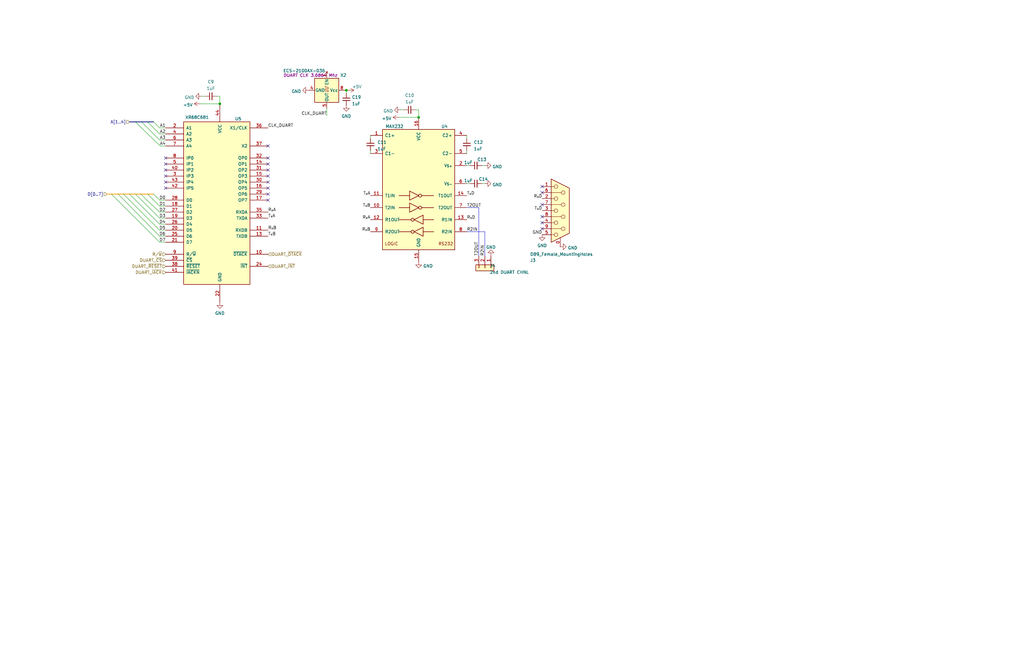
<source format=kicad_sch>
(kicad_sch (version 20211123) (generator eeschema)
  (paper "B")
  (title_block (title "Duart and RS232 Circuitry") (date "2022-02-01") (rev "2") (company "Jackson Miller"))
  (lib_symbols
    (symbol "Connector:DB9_Female_MountingHoles" (pin_names (offset 1.016) hide)
      (property "Reference" "J" (at 0 16.51 0))
      (property "Value" "DB9_Female_MountingHoles" (at 0 14.605 0))
      (symbol "DB9_Female_MountingHoles_0_1"
        (circle (center -1.778 -10.16) (radius 0.762))
        (circle (center -1.778 -5.08) (radius 0.762))
        (circle (center -1.778 0) (radius 0.762))
        (circle (center -1.778 5.08) (radius 0.762))
        (circle (center -1.778 10.16) (radius 0.762))
        (polyline (pts (xy -3.81 -10.16) (xy -2.54 -10.16)))
        (polyline (pts (xy -3.81 -7.62) (xy 0.508 -7.62)))
        (polyline (pts (xy -3.81 -5.08) (xy -2.54 -5.08)))
        (polyline (pts (xy -3.81 -2.54) (xy 0.508 -2.54)))
        (polyline (pts (xy -3.81 0) (xy -2.54 0)))
        (polyline (pts (xy -3.81 2.54) (xy 0.508 2.54)))
        (polyline (pts (xy -3.81 5.08) (xy -2.54 5.08)))
        (polyline (pts (xy -3.81 7.62) (xy 0.508 7.62)))
        (polyline (pts (xy -3.81 10.16) (xy -2.54 10.16)))
        (polyline (pts (xy -3.81 13.335) (xy -3.81 -13.335) (xy 3.81 -9.525) (xy 3.81 9.525) (xy -3.81 13.335)) (stroke (width 0.254)) (fill (type background)))
        (circle (center 1.27 -7.62) (radius 0.762))
        (circle (center 1.27 -2.54) (radius 0.762))
        (circle (center 1.27 2.54) (radius 0.762))
        (circle (center 1.27 7.62) (radius 0.762))
      )
      (symbol "DB9_Female_MountingHoles_1_1"
        (pin passive line (at 0 -15.24 90) (length 3.81) (name "PAD") (number "0"))
        (pin passive line (at -7.62 10.16 0) (length 3.81) (name "1") (number "1"))
        (pin passive line (at -7.62 5.08 0) (length 3.81) (name "2") (number "2"))
        (pin passive line (at -7.62 0 0) (length 3.81) (name "3") (number "3"))
        (pin passive line (at -7.62 -5.08 0) (length 3.81) (name "4") (number "4"))
        (pin passive line (at -7.62 -10.16 0) (length 3.81) (name "5") (number "5"))
        (pin passive line (at -7.62 7.62 0) (length 3.81) (name "6") (number "6"))
        (pin passive line (at -7.62 2.54 0) (length 3.81) (name "7") (number "7"))
        (pin passive line (at -7.62 -2.54 0) (length 3.81) (name "8") (number "8"))
        (pin passive line (at -7.62 -7.62 0) (length 3.81) (name "9") (number "9"))
      )
    )
    (symbol "Connector_Generic:Conn_01x03" (pin_names (offset 1.016) hide)
      (property "Reference" "J" (at 0 5.08 0))
      (property "Value" "Conn_01x03" (at 0 -5.08 0))
      (symbol "Conn_01x03_1_1"
        (rectangle (start -1.27 -2.413) (end 0 -2.667) (stroke (width 0.1524)))
        (rectangle (start -1.27 0.127) (end 0 -0.127) (stroke (width 0.1524)))
        (rectangle (start -1.27 2.667) (end 0 2.413) (stroke (width 0.1524)))
        (rectangle (start -1.27 3.81) (end 1.27 -3.81) (stroke (width 0.254)) (fill (type background)))
        (pin passive line (at -5.08 2.54 0) (length 3.81) (name "Pin_1") (number "1"))
        (pin passive line (at -5.08 0 0) (length 3.81) (name "Pin_2") (number "2"))
        (pin passive line (at -5.08 -2.54 0) (length 3.81) (name "Pin_3") (number "3"))
      )
    )
    (symbol "Device:C_Small" (pin_numbers hide) (pin_names (offset 0.254) hide)
      (property "Reference" "C" (at 0.254 1.778 0))
      (property "Value" "C_Small" (at 0.254 -2.032 0))
      (symbol "C_Small_0_1"
        (polyline (pts (xy -1.524 -0.508) (xy 1.524 -0.508)) (stroke (width 0.3302)))
        (polyline (pts (xy -1.524 0.508) (xy 1.524 0.508)) (stroke (width 0.3048)))
      )
      (symbol "C_Small_1_1"
        (pin passive line (at 0 2.54 270) (length 2.032) (name "~") (number "1"))
        (pin passive line (at 0 -2.54 90) (length 2.032) (name "~") (number "2"))
      )
    )
    (symbol "Interface_UART:MAX232" (pin_names (offset 1.016))
      (property "Reference" "U5" (at 9.525 26.67 0))
      (property "Value" "MAX232" (at -13.97 26.67 0))
      (symbol "MAX232_0_0"
        (text "LOGIC" (at -11.43 -22.86 0) (effects (font (size 1.27 1.27))))
        (text "RS232" (at 11.43 -22.86 0) (effects (font (size 1.27 1.27))))
      )
      (symbol "MAX232_0_1"
        (rectangle (start -15.24 -25.4) (end 15.24 25.4) (stroke (width 0.254)) (fill (type background)))
        (circle (center -2.54 -17.78) (radius 0.635) (stroke (width 0.254)))
        (circle (center -2.54 -12.7) (radius 0.635) (stroke (width 0.254)))
        (polyline (pts (xy -3.81 -7.62) (xy -8.255 -7.62)) (stroke (width 0.254)))
        (polyline (pts (xy -3.81 -2.54) (xy -8.255 -2.54)) (stroke (width 0.254)))
        (polyline (pts (xy -3.175 -17.78) (xy -8.255 -17.78)) (stroke (width 0.254)))
        (polyline (pts (xy -3.175 -12.7) (xy -8.255 -12.7)) (stroke (width 0.254)))
        (polyline (pts (xy 1.27 -7.62) (xy 6.35 -7.62)) (stroke (width 0.254)))
        (polyline (pts (xy 1.27 -2.54) (xy 6.35 -2.54)) (stroke (width 0.254)))
        (polyline (pts (xy 1.905 -17.78) (xy 6.35 -17.78)) (stroke (width 0.254)))
        (polyline (pts (xy 1.905 -12.7) (xy 6.35 -12.7)) (stroke (width 0.254)))
        (polyline (pts (xy -3.81 -5.715) (xy -3.81 -9.525) (xy 0 -7.62) (xy -3.81 -5.715)) (stroke (width 0.254)))
        (polyline (pts (xy -3.81 -0.635) (xy -3.81 -4.445) (xy 0 -2.54) (xy -3.81 -0.635)) (stroke (width 0.254)))
        (polyline (pts (xy 1.905 -15.875) (xy 1.905 -19.685) (xy -1.905 -17.78) (xy 1.905 -15.875)) (stroke (width 0.254)))
        (polyline (pts (xy 1.905 -10.795) (xy 1.905 -14.605) (xy -1.905 -12.7) (xy 1.905 -10.795)) (stroke (width 0.254)))
        (circle (center 0.635 -7.62) (radius 0.635) (stroke (width 0.254)))
        (circle (center 0.635 -2.54) (radius 0.635) (stroke (width 0.254)))
      )
      (symbol "MAX232_1_1"
        (pin passive line (at -20.32 22.86 0) (length 5.08) (name "C1+") (number "1"))
        (pin input line (at -20.32 -7.62 0) (length 5.08) (name "T2IN") (number "10"))
        (pin input line (at -20.32 -2.54 0) (length 5.08) (name "T1IN") (number "11"))
        (pin output line (at -20.32 -12.7 0) (length 5.08) (name "R1OUT") (number "12"))
        (pin input line (at 20.32 -12.7 180) (length 5.08) (name "R1IN") (number "13"))
        (pin output line (at 20.32 -2.54 180) (length 5.08) (name "T1OUT") (number "14"))
        (pin power_in line (at 0 -30.48 90) (length 5.08) (name "GND") (number "15"))
        (pin power_in line (at 0 30.48 270) (length 5.08) (name "VCC") (number "16"))
        (pin power_out line (at 20.32 10.16 180) (length 5.08) (name "V_{S+}") (number "2"))
        (pin passive line (at -20.32 15.24 0) (length 5.08) (name "C1-") (number "3"))
        (pin passive line (at 20.32 22.86 180) (length 5.08) (name "C2+") (number "4"))
        (pin passive line (at 20.32 15.24 180) (length 5.08) (name "C2-") (number "5"))
        (pin power_out line (at 20.32 2.54 180) (length 5.08) (name "V_{S-}") (number "6"))
        (pin output line (at 20.32 -7.62 180) (length 5.08) (name "T2OUT") (number "7"))
        (pin input line (at 20.32 -17.78 180) (length 5.08) (name "R2IN") (number "8"))
        (pin output line (at -20.32 -17.78 0) (length 5.08) (name "R2OUT") (number "9"))
      )
    )
    (symbol "MCD_Symbols:ECS_CLK_DIP8" (pin_names (offset 0.254))
      (property "Reference" "X?" (at -6.35 6.35 0))
      (property "Value" "ECS_CLK_DIP8" (at 7.62 6.35 0))
      (symbol "ECS_CLK_DIP8_0_1"
        (rectangle (start -5.08 5.08) (end 5.08 -5.08) (stroke (width 0.254)) (fill (type background)))
        (polyline (pts (xy -1.905 -0.635) (xy -1.27 -0.635) (xy -1.27 0.635) (xy -0.635 0.635) (xy -0.635 -0.635) (xy 0 -0.635) (xy 0 0.635) (xy 0.635 0.635) (xy 0.635 -0.635)))
      )
      (symbol "ECS_CLK_DIP8_1_1"
        (pin no_connect line (at -7.62 0 0) (length 2.54) (name "EN") (number "1"))
        (pin power_in line (at 0 -7.62 90) (length 2.54) (name "GND") (number "4"))
        (pin output line (at 7.62 0 180) (length 2.54) (name "OUT") (number "5"))
        (pin power_in line (at 0 7.62 270) (length 2.54) (name "Vcc") (number "8"))
      )
    )
    (symbol "MCD_Symbols:XR68C681" (pin_names (offset 1.016))
      (property "Reference" "U?" (at 6.35 36.83 0))
      (property "Value" "XR68C681" (at -14.605 37.465 0))
      (symbol "XR68C681_0_0"
        (pin no_connect line (at -13.97 -35.56 90) (length 2.54) hide (name "NC") (number "1"))
        (pin no_connect line (at -11.43 -35.56 90) (length 2.54) hide (name "NC") (number "12"))
        (pin no_connect line (at -8.89 -35.56 90) (length 2.54) hide (name "NC") (number "23"))
        (pin no_connect line (at -6.35 -35.56 90) (length 2.54) hide (name "NC") (number "34"))
      )
      (symbol "XR68C681_0_1"
        (rectangle (start -15.24 -33.02) (end 12.7 35.56) (stroke (width 0.254)) (fill (type background)))
      )
      (symbol "XR68C681_1_1"
        (pin output line (at 20.32 -20.32 180) (length 7.62) (name "~{DTACK}") (number "10"))
        (pin input line (at 20.32 -10.16 180) (length 7.62) (name "RXDB") (number "11"))
        (pin output line (at 20.32 -12.7 180) (length 7.62) (name "TXDB") (number "13"))
        (pin output line (at 20.32 17.78 180) (length 7.62) (name "OP1") (number "14"))
        (pin output line (at 20.32 12.7 180) (length 7.62) (name "OP3") (number "15"))
        (pin output line (at 20.32 7.62 180) (length 7.62) (name "OP5") (number "16"))
        (pin output line (at 20.32 2.54 180) (length 7.62) (name "OP7") (number "17"))
        (pin input line (at -22.86 0 0) (length 7.62) (name "D1") (number "18"))
        (pin input line (at -22.86 -5.08 0) (length 7.62) (name "D3") (number "19"))
        (pin input line (at -22.86 33.02 0) (length 7.62) (name "A1") (number "2"))
        (pin input line (at -22.86 -10.16 0) (length 7.62) (name "D5") (number "20"))
        (pin input line (at -22.86 -15.24 0) (length 7.62) (name "D7") (number "21"))
        (pin power_in line (at 0 -40.64 90) (length 7.62) (name "GND") (number "22"))
        (pin output line (at 20.32 -25.4 180) (length 7.62) (name "~{INT}") (number "24"))
        (pin input line (at -22.86 -12.7 0) (length 7.62) (name "D6") (number "25"))
        (pin input line (at -22.86 -7.62 0) (length 7.62) (name "D4") (number "26"))
        (pin input line (at -22.86 -2.54 0) (length 7.62) (name "D2") (number "27"))
        (pin input line (at -22.86 2.54 0) (length 7.62) (name "D0") (number "28"))
        (pin output line (at 20.32 5.08 180) (length 7.62) (name "OP6") (number "29"))
        (pin input line (at -22.86 12.7 0) (length 7.62) (name "IP3") (number "3"))
        (pin output line (at 20.32 10.16 180) (length 7.62) (name "OP4") (number "30"))
        (pin output line (at 20.32 15.24 180) (length 7.62) (name "OP2") (number "31"))
        (pin output line (at 20.32 20.32 180) (length 7.62) (name "OP0") (number "32"))
        (pin output line (at 20.32 -5.08 180) (length 7.62) (name "TXDA") (number "33"))
        (pin input line (at 20.32 -2.54 180) (length 7.62) (name "RXDA") (number "35"))
        (pin input line (at 20.32 33.02 180) (length 7.62) (name "X1/CLK") (number "36"))
        (pin output line (at 20.32 25.4 180) (length 7.62) (name "X2") (number "37"))
        (pin input line (at -22.86 -25.4 0) (length 7.62) (name "~{RESET}") (number "38"))
        (pin input line (at -22.86 -22.86 0) (length 7.62) (name "~{CS}") (number "39"))
        (pin input line (at -22.86 30.48 0) (length 7.62) (name "A2") (number "4"))
        (pin input line (at -22.86 15.24 0) (length 7.62) (name "IP2") (number "40"))
        (pin input line (at -22.86 -27.94 0) (length 7.62) (name "~{IACKN}") (number "41"))
        (pin input line (at -22.86 7.62 0) (length 7.62) (name "IP5") (number "42"))
        (pin input line (at -22.86 10.16 0) (length 7.62) (name "IP4") (number "43"))
        (pin power_in line (at 0 43.18 270) (length 7.62) (name "VCC") (number "44"))
        (pin input line (at -22.86 17.78 0) (length 7.62) (name "IP1") (number "5"))
        (pin input line (at -22.86 27.94 0) (length 7.62) (name "A3") (number "6"))
        (pin input line (at -22.86 25.4 0) (length 7.62) (name "A4") (number "7"))
        (pin input line (at -22.86 20.32 0) (length 7.62) (name "IP0") (number "8"))
        (pin input line (at -22.86 -20.32 0) (length 7.62) (name "R/~{W}") (number "9"))
      )
    )
    (symbol "power:+5V" (power) (pin_names (offset 0))
      (property "Value" "+5V" (at 0 3.556 0))
      (symbol "+5V_0_1"
        (polyline (pts (xy -0.762 1.27) (xy 0 2.54)))
        (polyline (pts (xy 0 0) (xy 0 2.54)))
        (polyline (pts (xy 0 2.54) (xy 0.762 1.27)))
      )
      (symbol "+5V_1_1"
        (pin power_in line (at 0 0 90) (length 0) hide (name "+5V") (number "1"))
      )
    )
    (symbol "power:GND" (power) (pin_names (offset 0))
      (property "Value" "GND" (at 0 -3.81 0))
      (symbol "GND_0_1"
        (polyline (pts (xy 0 0) (xy 0 -1.27) (xy 1.27 -1.27) (xy 0 -2.54) (xy -1.27 -1.27) (xy 0 -1.27)))
      )
      (symbol "GND_1_1"
        (pin power_in line (at 0 0 270) (length 0) hide (name "GND") (number "1"))
      )
    )
  )
  (junction (at 176.53 49.53))
  (junction (at 92.71 43.815))
  (junction (at 146.05 38.1))
  (no_connect (at 228.6 91.44))
  (no_connect (at 228.6 93.98))
  (no_connect (at 228.6 86.36))
  (no_connect (at 113.03 61.595))
  (no_connect (at 69.85 79.375))
  (no_connect (at 113.03 71.755))
  (no_connect (at 113.03 76.835))
  (no_connect (at 113.03 79.375))
  (no_connect (at 113.03 66.675))
  (no_connect (at 69.85 66.675))
  (no_connect (at 228.6 96.52))
  (no_connect (at 113.03 69.215))
  (no_connect (at 69.85 69.215))
  (no_connect (at 69.85 71.755))
  (no_connect (at 69.85 76.835))
  (no_connect (at 69.85 74.295))
  (no_connect (at 113.03 74.295))
  (no_connect (at 113.03 84.455))
  (no_connect (at 228.6 78.74))
  (no_connect (at 113.03 81.915))
  (no_connect (at 228.6 81.28))
  (bus_entry (at 57.15 51.435) (size 2.54 2.54))
  (bus_entry (at 57.15 81.915) (size 2.54 2.54))
  (bus_entry (at 54.61 81.915) (size 2.54 2.54))
  (bus_entry (at 52.07 81.915) (size 2.54 2.54))
  (bus_entry (at 49.784 81.915) (size 2.54 2.54))
  (bus_entry (at 46.99 81.915) (size 2.54 2.54))
  (bus_entry (at 64.77 81.915) (size 2.54 2.54))
  (bus_entry (at 62.23 81.915) (size 2.54 2.54))
  (bus_entry (at 59.436 81.915) (size 2.54 2.54))
  (bus_entry (at 62.23 51.435) (size 2.54 2.54))
  (bus_entry (at 64.77 51.435) (size 2.54 2.54))
  (bus_entry (at 59.69 51.435) (size 2.54 2.54))
  (wire (pts (xy 69.85 56.515) (xy 67.31 56.515)))
  (wire (pts (xy 203.2 69.85) (xy 204.47 69.85)))
  (wire (pts (xy 196.85 69.85) (xy 198.12 69.85)))
  (wire (pts (xy 201.93 87.63) (xy 201.93 107.95)) (stroke (width 0) (color 0 0 194 1)))
  (wire (pts (xy 69.85 99.695) (xy 67.31 99.695)))
  (wire (pts (xy 146.05 38.1) (xy 145.415 38.1)))
  (wire (pts (xy 196.85 87.63) (xy 201.93 87.63)) (stroke (width 0) (color 0 0 194 1)))
  (wire (pts (xy 69.85 102.235) (xy 67.31 102.235)))
  (wire (pts (xy 156.21 63.5) (xy 156.21 64.77)))
  (wire (pts (xy 64.77 84.455) (xy 67.31 86.995)))
  (wire (pts (xy 67.31 94.615) (xy 57.15 84.455)))
  (bus (pts (xy 54.61 51.435) (xy 57.15 51.435)))
  (wire (pts (xy 59.69 53.975) (xy 67.564 61.595)))
  (wire (pts (xy 170.18 46.355) (xy 168.91 46.355)))
  (wire (pts (xy 67.31 53.975) (xy 69.85 53.975)))
  (wire (pts (xy 146.685 38.1) (xy 146.05 38.1)))
  (wire (pts (xy 176.53 49.53) (xy 168.275 49.53)))
  (wire (pts (xy 92.71 43.815) (xy 92.71 40.64)))
  (bus (pts (xy 62.23 81.915) (xy 64.77 81.915)) (stroke (width 0) (color 255 153 0 1)))
  (bus (pts (xy 62.23 51.435) (xy 64.77 51.435)))
  (wire (pts (xy 67.31 56.515) (xy 64.77 53.975)))
  (wire (pts (xy 67.31 89.535) (xy 61.976 84.455)))
  (wire (pts (xy 196.85 97.79) (xy 204.47 97.79)) (stroke (width 0) (color 0 0 194 1)))
  (wire (pts (xy 67.31 86.995) (xy 69.85 86.995)))
  (bus (pts (xy 59.69 51.435) (xy 62.23 51.435)))
  (wire (pts (xy 196.85 63.5) (xy 196.85 64.77)))
  (wire (pts (xy 67.31 92.075) (xy 59.69 84.455)))
  (wire (pts (xy 69.85 59.055) (xy 67.31 59.055)))
  (bus (pts (xy 57.15 51.435) (xy 59.69 51.435)))
  (wire (pts (xy 86.36 40.64) (xy 85.09 40.64)))
  (bus (pts (xy 52.07 81.915) (xy 54.61 81.915)) (stroke (width 0) (color 255 153 0 1)))
  (bus (pts (xy 45.085 81.915) (xy 46.99 81.915)) (stroke (width 0) (color 255 153 0 1)))
  (wire (pts (xy 146.05 39.37) (xy 146.05 38.1)))
  (wire (pts (xy 196.85 77.47) (xy 198.12 77.47)))
  (bus (pts (xy 59.436 81.915) (xy 62.23 81.915)) (stroke (width 0) (color 255 153 0 1)))
  (bus (pts (xy 46.99 81.915) (xy 49.784 81.915)) (stroke (width 0) (color 255 153 0 1)))
  (wire (pts (xy 91.44 40.64) (xy 92.71 40.64)))
  (wire (pts (xy 69.85 61.595) (xy 67.564 61.595)))
  (wire (pts (xy 67.31 99.695) (xy 52.324 84.455)))
  (wire (pts (xy 156.21 57.15) (xy 156.21 58.42)))
  (wire (pts (xy 69.85 92.075) (xy 67.31 92.075)))
  (bus (pts (xy 54.61 81.915) (xy 57.15 81.915)) (stroke (width 0) (color 255 153 0 1)))
  (wire (pts (xy 69.85 97.155) (xy 67.31 97.155)))
  (wire (pts (xy 67.31 97.155) (xy 54.61 84.455)))
  (wire (pts (xy 204.47 97.79) (xy 204.47 107.95)) (stroke (width 0) (color 0 0 194 1)))
  (wire (pts (xy 67.31 102.235) (xy 49.53 84.455)))
  (wire (pts (xy 196.85 57.15) (xy 196.85 58.42)))
  (wire (pts (xy 69.85 89.535) (xy 67.31 89.535)))
  (wire (pts (xy 203.2 77.47) (xy 204.47 77.47)))
  (wire (pts (xy 137.795 45.72) (xy 137.795 48.895)))
  (wire (pts (xy 175.26 46.355) (xy 176.53 46.355)))
  (wire (pts (xy 92.71 43.815) (xy 84.455 43.815)))
  (wire (pts (xy 176.53 49.53) (xy 176.53 46.355)))
  (wire (pts (xy 67.31 84.455) (xy 69.85 84.455)))
  (bus (pts (xy 49.784 81.915) (xy 52.07 81.915)) (stroke (width 0) (color 255 153 0 1)))
  (wire (pts (xy 67.31 59.055) (xy 62.23 53.975)))
  (bus (pts (xy 57.15 81.915) (xy 59.436 81.915)) (stroke (width 0) (color 255 153 0 1)))
  (wire (pts (xy 69.85 94.615) (xy 67.31 94.615)))
  (label "D7" (at 69.85 102.235 180))
  (label "D0" (at 69.85 84.455 180))
  (label "R_{x}B" (at 156.21 97.79 180))
  (label "GND" (at 228.6 99.06 180))
  (label "T_{x}B" (at 156.21 87.63 180))
  (label "R2IN" (at 204.47 107.95 90))
  (label "T2OUT" (at 201.93 107.95 90))
  (label "CLK_DUART" (at 113.03 53.975 0))
  (label "R_{x}D" (at 196.85 92.71 0))
  (label "D2" (at 69.85 89.535 180))
  (label "A2" (at 69.85 56.515 180))
  (label "T_{x}D" (at 228.6 88.9 180))
  (label "D3" (at 69.85 92.075 180))
  (label "A3" (at 69.85 59.055 180))
  (label "D5" (at 69.85 97.155 180))
  (label "R_{x}B" (at 113.03 97.155 0))
  (label "R_{x}A" (at 156.21 92.71 180))
  (label "T_{x}A" (at 113.03 92.075 0))
  (label "R_{x}A" (at 113.03 89.535 0))
  (label "T_{x}B" (at 113.03 99.695 0))
  (label "A4" (at 69.85 61.595 180))
  (label "R2IN" (at 196.85 97.79 0))
  (label "CLK_DUART" (at 137.795 48.895 180))
  (label "T2OUT" (at 196.85 87.63 0))
  (label "A1" (at 69.85 53.975 180))
  (label "T_{x}D" (at 196.85 82.55 0))
  (label "T_{x}A" (at 156.21 82.55 180))
  (label "R_{x}D" (at 228.6 83.82 180))
  (label "D6" (at 69.85 99.695 180))
  (label "D1" (at 69.85 86.995 180))
  (label "D4" (at 69.85 94.615 180))
  (hierarchical_label "A[1..4]" (shape input) (at 54.61 51.435 180))
  (hierarchical_label "DUART_~{DTACK}" (shape input) (at 113.03 107.315 0))
  (hierarchical_label "D[0..7]" (shape input) (at 45.085 81.915 180))
  (hierarchical_label "R{slash}~{W}" (shape input) (at 69.85 107.315 180))
  (hierarchical_label "DUART_~{CS}" (shape input) (at 69.85 109.855 180))
  (hierarchical_label "DUART_~{INT}" (shape input) (at 113.03 112.395 0))
  (hierarchical_label "DUART_~{RESET}" (shape input) (at 69.85 112.395 180))
  (hierarchical_label "DUART_~{IACK}" (shape input) (at 69.85 114.935 180))
  (symbol (lib_id "Device:C_Small") (at 88.9 40.64 90) (unit 1)
    (property "Reference" "C9" (at 88.9 34.5145 90))
    (property "Value" "1uF" (at 88.9 37.2896 90))
    (property "Footprint" "Capacitor_SMD:C_0805_2012Metric_Pad1.18x1.45mm_HandSolder" (effects hide))
    (property "Name" "CL21B105KAFNNNE" (effects hide))
  )
  (symbol (lib_id "Device:C_Small") (at 146.05 41.91 180) (unit 1)
    (property "Reference" "C19" (at 148.3741 40.9951 0) (effects (justify right)))
    (property "Value" "1uF" (at 148.3741 43.7702 0) (effects (justify right)))
    (property "Footprint" "Capacitor_SMD:C_0805_2012Metric_Pad1.18x1.45mm_HandSolder" (effects hide))
    (property "Name" "CL21B105KAFNNNE" (effects hide))
  )
  (symbol (lib_id "Interface_UART:MAX232") (at 176.53 80.01 0) (unit 1)
    (property "Reference" "U4" (at 186.055 53.34 0) (effects (justify left)))
    (property "Value" "MAX232" (at 162.56 53.34 0) (effects (justify left)))
    (property "Footprint" "Package_DIP:DIP-16_W7.62mm_Socket" (effects hide))
    (property "Datasheet" "http://www.ti.com/lit/ds/symlink/max232.pdf" (effects hide))
  )
  (symbol (lib_id "Device:C_Small") (at 200.66 77.47 90) (unit 1)
    (property "Reference" "C14" (at 203.835 75.565 90))
    (property "Value" "1uF" (at 197.485 76.2 90))
    (property "Footprint" "Capacitor_SMD:C_0805_2012Metric_Pad1.18x1.45mm_HandSolder" (effects hide))
    (property "Name" "CL21B105KAFNNNE" (effects hide))
  )
  (symbol (lib_id "power:GND") (at 204.47 69.85 90) (unit 1)
    (property "Reference" "#PWR031" (effects hide))
    (property "Value" "GND" (at 207.645 70.329 90) (effects (justify right)))
  )
  (symbol (lib_id "Device:C_Small") (at 172.72 46.355 90) (unit 1)
    (property "Reference" "C10" (at 172.72 40.2295 90))
    (property "Value" "1uF" (at 172.72 43.0046 90))
    (property "Footprint" "Capacitor_SMD:C_0805_2012Metric_Pad1.18x1.45mm_HandSolder" (effects hide))
    (property "Name" "CL21B105KAFNNNE" (effects hide))
  )
  (symbol (lib_id "power:GND") (at 236.22 104.14 90) (unit 1)
    (property "Reference" "#PWR034" (effects hide))
    (property "Value" "GND" (at 239.395 104.619 90) (effects (justify right)))
  )
  (symbol (lib_id "Device:C_Small") (at 196.85 60.96 0) (unit 1)
    (property "Reference" "C12" (at 199.771 60.0515 0) (effects (justify left)))
    (property "Value" "1uF" (at 199.771 62.8266 0) (effects (justify left)))
    (property "Footprint" "Capacitor_SMD:C_0805_2012Metric_Pad1.18x1.45mm_HandSolder" (effects hide))
    (property "Name" "CL21B105KAFNNNE" (effects hide))
  )
  (symbol (lib_id "Device:C_Small") (at 200.66 69.85 90) (unit 1)
    (property "Reference" "C13" (at 203.2 67.31 90))
    (property "Value" "1uF" (at 197.485 68.58 90))
    (property "Footprint" "Capacitor_SMD:C_0805_2012Metric_Pad1.18x1.45mm_HandSolder" (effects hide))
    (property "Name" "CL21B105KAFNNNE" (effects hide))
  )
  (symbol (lib_id "power:GND") (at 176.53 110.49 0) (unit 1)
    (property "Reference" "#PWR035" (effects hide))
    (property "Value" "GND" (at 178.435 112.239 0) (effects (justify left)))
  )
  (symbol (lib_id "power:+5V") (at 146.685 38.1 270) (unit 1)
    (property "Reference" "#PWR027" (effects hide))
    (property "Value" "+5V" (at 148.463 36.576 90) (effects (justify left)))
  )
  (symbol (lib_id "power:GND") (at 228.6 99.06 0) (unit 1)
    (property "Reference" "#PWR033" (effects hide))
    (property "Value" "GND" (at 228.6 103.6225 0))
  )
  (symbol (lib_id "Connector:DB9_Female_MountingHoles") (at 236.22 88.9 0) (unit 1)
    (property "Reference" "J3" (at 223.52 109.855 0) (effects (justify left)))
    (property "Value" "DB9_Female_MountingHoles" (at 223.52 107.315 0) (effects (justify left)))
    (property "Footprint" "Connector_Dsub:DSUB-9_Female_Horizontal_P2.77x2.84mm_EdgePinOffset7.70mm_Housed_MountingHolesOffset9.12mm" (effects hide))
    (property "Datasheet" "https://www.assmann-wsw.com/uploads/datasheets/ASS_4888_CO.pdf" (effects hide))
  )
  (symbol (lib_id "power:GND") (at 130.175 38.1 270) (unit 1)
    (property "Reference" "#PWR026" (effects hide))
    (property "Value" "GND" (at 127.0001 38.579 90) (effects (justify right)))
  )
  (symbol (lib_id "power:GND") (at 85.09 40.64 270) (unit 1)
    (property "Reference" "#PWR025" (effects hide))
    (property "Value" "GND" (at 81.9151 41.119 90) (effects (justify right)))
  )
  (symbol (lib_id "Connector_Generic:Conn_01x03") (at 204.47 113.03 270) (unit 1)
    (property "Reference" "J4" (at 206.502 112.1215 90) (effects (justify left)))
    (property "Value" "2nd DUART CHNL" (at 206.502 114.8966 90) (effects (justify left)))
    (property "Footprint" "Connector_PinHeader_2.54mm:PinHeader_1x03_P2.54mm_Vertical" (effects hide))
  )
  (symbol (lib_id "power:GND") (at 207.01 107.95 180) (unit 1)
    (property "Reference" "#PWR0101" (effects hide))
    (property "Value" "GND" (at 207.01 104.3455 0))
  )
  (symbol (lib_id "power:GND") (at 204.47 77.47 90) (unit 1)
    (property "Reference" "#PWR032" (effects hide))
    (property "Value" "GND" (at 207.645 77.949 90) (effects (justify right)))
  )
  (symbol (lib_id "power:+5V") (at 84.455 43.815 90) (unit 1)
    (property "Reference" "#PWR029" (effects hide))
    (property "Value" "+5V" (at 81.2801 44.294 90) (effects (justify left)))
  )
  (symbol (lib_id "power:+5V") (at 168.275 49.53 90) (unit 1)
    (property "Reference" "#PWR030" (effects hide))
    (property "Value" "+5V" (at 165.1001 50.009 90) (effects (justify left)))
  )
  (symbol (lib_id "MCD_Symbols:XR68C681") (at 92.71 86.995 0) (unit 1)
    (property "Reference" "U5" (at 99.06 50.165 0) (effects (justify left)))
    (property "Value" "XR68C681" (at 78.105 49.53 0) (effects (justify left)))
    (property "Footprint" "Package_LCC:PLCC-44_THT-Socket" (effects hide))
    (property "Datasheet" "https://assets.maxlinear.com/web/documents/xr68c681v210.pdf" (effects hide))
  )
  (symbol (lib_id "MCD_Symbols:ECS_CLK_DIP8") (at 137.795 38.1 270) (unit 1)
    (property "Reference" "X2" (at 144.78 31.75 90))
    (property "Value" "ECS-2100AX-036" (at 128.27 29.845 90))
    (property "Footprint" "Oscillator:Oscillator_DIP-8_LargePads" (effects hide))
    (property "Datasheet" "https://ecsxtal.com/store/pdf/ecs_2200.pdf" (effects hide))
    (property "Name" "DUART CLK 3.6864 Mhz" (at 130.81 31.75 90) (effects (font italic)))
  )
  (symbol (lib_id "power:GND") (at 168.91 46.355 270) (unit 1)
    (property "Reference" "#PWR028" (effects hide))
    (property "Value" "GND" (at 165.7351 46.834 90) (effects (justify right)))
  )
  (symbol (lib_id "Device:C_Small") (at 156.21 60.96 0) (unit 1)
    (property "Reference" "C11" (at 159.131 60.0515 0) (effects (justify left)))
    (property "Value" "1uF" (at 159.131 62.8266 0) (effects (justify left)))
    (property "Footprint" "Capacitor_SMD:C_0805_2012Metric_Pad1.18x1.45mm_HandSolder" (effects hide))
    (property "Name" "CL21B105KAFNNNE" (effects hide))
  )
  (symbol (lib_id "power:GND") (at 92.71 127.635 0) (unit 1)
    (property "Reference" "#PWR036" (effects hide))
    (property "Value" "GND" (at 92.71 132.1975 0))
  )
  (symbol (lib_id "power:GND") (at 146.05 44.45 0) (unit 1)
    (property "Reference" "#PWR050" (effects hide))
    (property "Value" "GND" (at 146.05 49.0125 0))
  )
)
</source>
